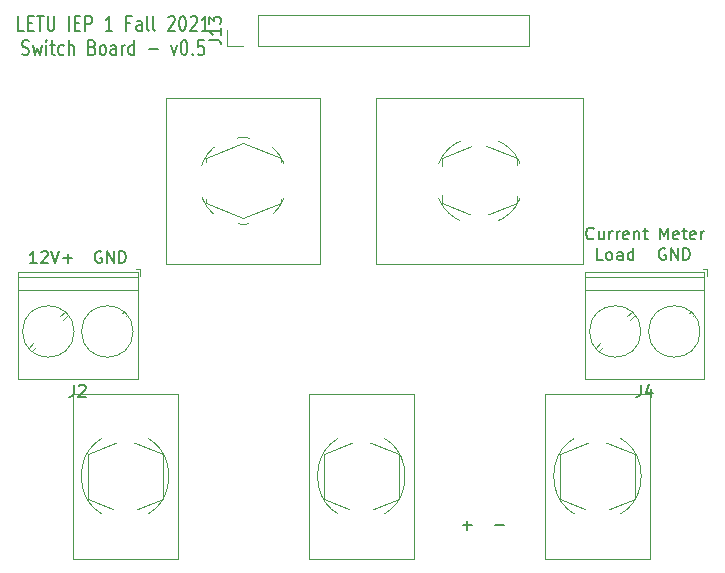
<source format=gto>
G04 #@! TF.GenerationSoftware,KiCad,Pcbnew,5.1.10*
G04 #@! TF.CreationDate,2021-07-21T04:31:39-05:00*
G04 #@! TF.ProjectId,Power Board,506f7765-7220-4426-9f61-72642e6b6963,rev?*
G04 #@! TF.SameCoordinates,Original*
G04 #@! TF.FileFunction,Legend,Top*
G04 #@! TF.FilePolarity,Positive*
%FSLAX46Y46*%
G04 Gerber Fmt 4.6, Leading zero omitted, Abs format (unit mm)*
G04 Created by KiCad (PCBNEW 5.1.10) date 2021-07-21 04:31:39*
%MOMM*%
%LPD*%
G01*
G04 APERTURE LIST*
%ADD10C,0.150000*%
%ADD11C,0.200000*%
%ADD12C,0.120000*%
%ADD13C,2.600000*%
%ADD14R,2.600000X2.600000*%
%ADD15O,5.000000X3.200000*%
%ADD16O,4.000000X3.200000*%
%ADD17O,1.700000X1.700000*%
%ADD18R,1.700000X1.700000*%
G04 APERTURE END LIST*
D10*
X76076095Y-174653428D02*
X76838000Y-174653428D01*
X76457047Y-175034380D02*
X76457047Y-174272476D01*
X78838000Y-174653428D02*
X79599904Y-174653428D01*
X93238095Y-151250000D02*
X93142857Y-151202380D01*
X93000000Y-151202380D01*
X92857142Y-151250000D01*
X92761904Y-151345238D01*
X92714285Y-151440476D01*
X92666666Y-151630952D01*
X92666666Y-151773809D01*
X92714285Y-151964285D01*
X92761904Y-152059523D01*
X92857142Y-152154761D01*
X93000000Y-152202380D01*
X93095238Y-152202380D01*
X93238095Y-152154761D01*
X93285714Y-152107142D01*
X93285714Y-151773809D01*
X93095238Y-151773809D01*
X93714285Y-152202380D02*
X93714285Y-151202380D01*
X94285714Y-152202380D01*
X94285714Y-151202380D01*
X94761904Y-152202380D02*
X94761904Y-151202380D01*
X95000000Y-151202380D01*
X95142857Y-151250000D01*
X95238095Y-151345238D01*
X95285714Y-151440476D01*
X95333333Y-151630952D01*
X95333333Y-151773809D01*
X95285714Y-151964285D01*
X95238095Y-152059523D01*
X95142857Y-152154761D01*
X95000000Y-152202380D01*
X94761904Y-152202380D01*
X87952380Y-152202380D02*
X87476190Y-152202380D01*
X87476190Y-151202380D01*
X88428571Y-152202380D02*
X88333333Y-152154761D01*
X88285714Y-152107142D01*
X88238095Y-152011904D01*
X88238095Y-151726190D01*
X88285714Y-151630952D01*
X88333333Y-151583333D01*
X88428571Y-151535714D01*
X88571428Y-151535714D01*
X88666666Y-151583333D01*
X88714285Y-151630952D01*
X88761904Y-151726190D01*
X88761904Y-152011904D01*
X88714285Y-152107142D01*
X88666666Y-152154761D01*
X88571428Y-152202380D01*
X88428571Y-152202380D01*
X89619047Y-152202380D02*
X89619047Y-151678571D01*
X89571428Y-151583333D01*
X89476190Y-151535714D01*
X89285714Y-151535714D01*
X89190476Y-151583333D01*
X89619047Y-152154761D02*
X89523809Y-152202380D01*
X89285714Y-152202380D01*
X89190476Y-152154761D01*
X89142857Y-152059523D01*
X89142857Y-151964285D01*
X89190476Y-151869047D01*
X89285714Y-151821428D01*
X89523809Y-151821428D01*
X89619047Y-151773809D01*
X90523809Y-152202380D02*
X90523809Y-151202380D01*
X90523809Y-152154761D02*
X90428571Y-152202380D01*
X90238095Y-152202380D01*
X90142857Y-152154761D01*
X90095238Y-152107142D01*
X90047619Y-152011904D01*
X90047619Y-151726190D01*
X90095238Y-151630952D01*
X90142857Y-151583333D01*
X90238095Y-151535714D01*
X90428571Y-151535714D01*
X90523809Y-151583333D01*
X87166666Y-150357142D02*
X87119047Y-150404761D01*
X86976190Y-150452380D01*
X86880952Y-150452380D01*
X86738095Y-150404761D01*
X86642857Y-150309523D01*
X86595238Y-150214285D01*
X86547619Y-150023809D01*
X86547619Y-149880952D01*
X86595238Y-149690476D01*
X86642857Y-149595238D01*
X86738095Y-149500000D01*
X86880952Y-149452380D01*
X86976190Y-149452380D01*
X87119047Y-149500000D01*
X87166666Y-149547619D01*
X88023809Y-149785714D02*
X88023809Y-150452380D01*
X87595238Y-149785714D02*
X87595238Y-150309523D01*
X87642857Y-150404761D01*
X87738095Y-150452380D01*
X87880952Y-150452380D01*
X87976190Y-150404761D01*
X88023809Y-150357142D01*
X88500000Y-150452380D02*
X88500000Y-149785714D01*
X88500000Y-149976190D02*
X88547619Y-149880952D01*
X88595238Y-149833333D01*
X88690476Y-149785714D01*
X88785714Y-149785714D01*
X89119047Y-150452380D02*
X89119047Y-149785714D01*
X89119047Y-149976190D02*
X89166666Y-149880952D01*
X89214285Y-149833333D01*
X89309523Y-149785714D01*
X89404761Y-149785714D01*
X90119047Y-150404761D02*
X90023809Y-150452380D01*
X89833333Y-150452380D01*
X89738095Y-150404761D01*
X89690476Y-150309523D01*
X89690476Y-149928571D01*
X89738095Y-149833333D01*
X89833333Y-149785714D01*
X90023809Y-149785714D01*
X90119047Y-149833333D01*
X90166666Y-149928571D01*
X90166666Y-150023809D01*
X89690476Y-150119047D01*
X90595238Y-149785714D02*
X90595238Y-150452380D01*
X90595238Y-149880952D02*
X90642857Y-149833333D01*
X90738095Y-149785714D01*
X90880952Y-149785714D01*
X90976190Y-149833333D01*
X91023809Y-149928571D01*
X91023809Y-150452380D01*
X91357142Y-149785714D02*
X91738095Y-149785714D01*
X91500000Y-149452380D02*
X91500000Y-150309523D01*
X91547619Y-150404761D01*
X91642857Y-150452380D01*
X91738095Y-150452380D01*
X92833333Y-150452380D02*
X92833333Y-149452380D01*
X93166666Y-150166666D01*
X93500000Y-149452380D01*
X93500000Y-150452380D01*
X94357142Y-150404761D02*
X94261904Y-150452380D01*
X94071428Y-150452380D01*
X93976190Y-150404761D01*
X93928571Y-150309523D01*
X93928571Y-149928571D01*
X93976190Y-149833333D01*
X94071428Y-149785714D01*
X94261904Y-149785714D01*
X94357142Y-149833333D01*
X94404761Y-149928571D01*
X94404761Y-150023809D01*
X93928571Y-150119047D01*
X94690476Y-149785714D02*
X95071428Y-149785714D01*
X94833333Y-149452380D02*
X94833333Y-150309523D01*
X94880952Y-150404761D01*
X94976190Y-150452380D01*
X95071428Y-150452380D01*
X95785714Y-150404761D02*
X95690476Y-150452380D01*
X95500000Y-150452380D01*
X95404761Y-150404761D01*
X95357142Y-150309523D01*
X95357142Y-149928571D01*
X95404761Y-149833333D01*
X95500000Y-149785714D01*
X95690476Y-149785714D01*
X95785714Y-149833333D01*
X95833333Y-149928571D01*
X95833333Y-150023809D01*
X95357142Y-150119047D01*
X96261904Y-150452380D02*
X96261904Y-149785714D01*
X96261904Y-149976190D02*
X96309523Y-149880952D01*
X96357142Y-149833333D01*
X96452380Y-149785714D01*
X96547619Y-149785714D01*
D11*
X38952380Y-132777976D02*
X38476190Y-132777976D01*
X38476190Y-131527976D01*
X39285714Y-132123214D02*
X39619047Y-132123214D01*
X39761904Y-132777976D02*
X39285714Y-132777976D01*
X39285714Y-131527976D01*
X39761904Y-131527976D01*
X40047619Y-131527976D02*
X40619047Y-131527976D01*
X40333333Y-132777976D02*
X40333333Y-131527976D01*
X40952380Y-131527976D02*
X40952380Y-132539880D01*
X41000000Y-132658928D01*
X41047619Y-132718452D01*
X41142857Y-132777976D01*
X41333333Y-132777976D01*
X41428571Y-132718452D01*
X41476190Y-132658928D01*
X41523809Y-132539880D01*
X41523809Y-131527976D01*
X42761904Y-132777976D02*
X42761904Y-131527976D01*
X43238095Y-132123214D02*
X43571428Y-132123214D01*
X43714285Y-132777976D02*
X43238095Y-132777976D01*
X43238095Y-131527976D01*
X43714285Y-131527976D01*
X44142857Y-132777976D02*
X44142857Y-131527976D01*
X44523809Y-131527976D01*
X44619047Y-131587500D01*
X44666666Y-131647023D01*
X44714285Y-131766071D01*
X44714285Y-131944642D01*
X44666666Y-132063690D01*
X44619047Y-132123214D01*
X44523809Y-132182738D01*
X44142857Y-132182738D01*
X46428571Y-132777976D02*
X45857142Y-132777976D01*
X46142857Y-132777976D02*
X46142857Y-131527976D01*
X46047619Y-131706547D01*
X45952380Y-131825595D01*
X45857142Y-131885119D01*
X47952380Y-132123214D02*
X47619047Y-132123214D01*
X47619047Y-132777976D02*
X47619047Y-131527976D01*
X48095238Y-131527976D01*
X48904761Y-132777976D02*
X48904761Y-132123214D01*
X48857142Y-132004166D01*
X48761904Y-131944642D01*
X48571428Y-131944642D01*
X48476190Y-132004166D01*
X48904761Y-132718452D02*
X48809523Y-132777976D01*
X48571428Y-132777976D01*
X48476190Y-132718452D01*
X48428571Y-132599404D01*
X48428571Y-132480357D01*
X48476190Y-132361309D01*
X48571428Y-132301785D01*
X48809523Y-132301785D01*
X48904761Y-132242261D01*
X49523809Y-132777976D02*
X49428571Y-132718452D01*
X49380952Y-132599404D01*
X49380952Y-131527976D01*
X50047619Y-132777976D02*
X49952380Y-132718452D01*
X49904761Y-132599404D01*
X49904761Y-131527976D01*
X51142857Y-131647023D02*
X51190476Y-131587500D01*
X51285714Y-131527976D01*
X51523809Y-131527976D01*
X51619047Y-131587500D01*
X51666666Y-131647023D01*
X51714285Y-131766071D01*
X51714285Y-131885119D01*
X51666666Y-132063690D01*
X51095238Y-132777976D01*
X51714285Y-132777976D01*
X52333333Y-131527976D02*
X52428571Y-131527976D01*
X52523809Y-131587500D01*
X52571428Y-131647023D01*
X52619047Y-131766071D01*
X52666666Y-132004166D01*
X52666666Y-132301785D01*
X52619047Y-132539880D01*
X52571428Y-132658928D01*
X52523809Y-132718452D01*
X52428571Y-132777976D01*
X52333333Y-132777976D01*
X52238095Y-132718452D01*
X52190476Y-132658928D01*
X52142857Y-132539880D01*
X52095238Y-132301785D01*
X52095238Y-132004166D01*
X52142857Y-131766071D01*
X52190476Y-131647023D01*
X52238095Y-131587500D01*
X52333333Y-131527976D01*
X53047619Y-131647023D02*
X53095238Y-131587500D01*
X53190476Y-131527976D01*
X53428571Y-131527976D01*
X53523809Y-131587500D01*
X53571428Y-131647023D01*
X53619047Y-131766071D01*
X53619047Y-131885119D01*
X53571428Y-132063690D01*
X53000000Y-132777976D01*
X53619047Y-132777976D01*
X54571428Y-132777976D02*
X54000000Y-132777976D01*
X54285714Y-132777976D02*
X54285714Y-131527976D01*
X54190476Y-131706547D01*
X54095238Y-131825595D01*
X54000000Y-131885119D01*
X38785714Y-134793452D02*
X38928571Y-134852976D01*
X39166666Y-134852976D01*
X39261904Y-134793452D01*
X39309523Y-134733928D01*
X39357142Y-134614880D01*
X39357142Y-134495833D01*
X39309523Y-134376785D01*
X39261904Y-134317261D01*
X39166666Y-134257738D01*
X38976190Y-134198214D01*
X38880952Y-134138690D01*
X38833333Y-134079166D01*
X38785714Y-133960119D01*
X38785714Y-133841071D01*
X38833333Y-133722023D01*
X38880952Y-133662500D01*
X38976190Y-133602976D01*
X39214285Y-133602976D01*
X39357142Y-133662500D01*
X39690476Y-134019642D02*
X39880952Y-134852976D01*
X40071428Y-134257738D01*
X40261904Y-134852976D01*
X40452380Y-134019642D01*
X40833333Y-134852976D02*
X40833333Y-134019642D01*
X40833333Y-133602976D02*
X40785714Y-133662500D01*
X40833333Y-133722023D01*
X40880952Y-133662500D01*
X40833333Y-133602976D01*
X40833333Y-133722023D01*
X41166666Y-134019642D02*
X41547619Y-134019642D01*
X41309523Y-133602976D02*
X41309523Y-134674404D01*
X41357142Y-134793452D01*
X41452380Y-134852976D01*
X41547619Y-134852976D01*
X42309523Y-134793452D02*
X42214285Y-134852976D01*
X42023809Y-134852976D01*
X41928571Y-134793452D01*
X41880952Y-134733928D01*
X41833333Y-134614880D01*
X41833333Y-134257738D01*
X41880952Y-134138690D01*
X41928571Y-134079166D01*
X42023809Y-134019642D01*
X42214285Y-134019642D01*
X42309523Y-134079166D01*
X42738095Y-134852976D02*
X42738095Y-133602976D01*
X43166666Y-134852976D02*
X43166666Y-134198214D01*
X43119047Y-134079166D01*
X43023809Y-134019642D01*
X42880952Y-134019642D01*
X42785714Y-134079166D01*
X42738095Y-134138690D01*
X44738095Y-134198214D02*
X44880952Y-134257738D01*
X44928571Y-134317261D01*
X44976190Y-134436309D01*
X44976190Y-134614880D01*
X44928571Y-134733928D01*
X44880952Y-134793452D01*
X44785714Y-134852976D01*
X44404761Y-134852976D01*
X44404761Y-133602976D01*
X44738095Y-133602976D01*
X44833333Y-133662500D01*
X44880952Y-133722023D01*
X44928571Y-133841071D01*
X44928571Y-133960119D01*
X44880952Y-134079166D01*
X44833333Y-134138690D01*
X44738095Y-134198214D01*
X44404761Y-134198214D01*
X45547619Y-134852976D02*
X45452380Y-134793452D01*
X45404761Y-134733928D01*
X45357142Y-134614880D01*
X45357142Y-134257738D01*
X45404761Y-134138690D01*
X45452380Y-134079166D01*
X45547619Y-134019642D01*
X45690476Y-134019642D01*
X45785714Y-134079166D01*
X45833333Y-134138690D01*
X45880952Y-134257738D01*
X45880952Y-134614880D01*
X45833333Y-134733928D01*
X45785714Y-134793452D01*
X45690476Y-134852976D01*
X45547619Y-134852976D01*
X46738095Y-134852976D02*
X46738095Y-134198214D01*
X46690476Y-134079166D01*
X46595238Y-134019642D01*
X46404761Y-134019642D01*
X46309523Y-134079166D01*
X46738095Y-134793452D02*
X46642857Y-134852976D01*
X46404761Y-134852976D01*
X46309523Y-134793452D01*
X46261904Y-134674404D01*
X46261904Y-134555357D01*
X46309523Y-134436309D01*
X46404761Y-134376785D01*
X46642857Y-134376785D01*
X46738095Y-134317261D01*
X47214285Y-134852976D02*
X47214285Y-134019642D01*
X47214285Y-134257738D02*
X47261904Y-134138690D01*
X47309523Y-134079166D01*
X47404761Y-134019642D01*
X47500000Y-134019642D01*
X48261904Y-134852976D02*
X48261904Y-133602976D01*
X48261904Y-134793452D02*
X48166666Y-134852976D01*
X47976190Y-134852976D01*
X47880952Y-134793452D01*
X47833333Y-134733928D01*
X47785714Y-134614880D01*
X47785714Y-134257738D01*
X47833333Y-134138690D01*
X47880952Y-134079166D01*
X47976190Y-134019642D01*
X48166666Y-134019642D01*
X48261904Y-134079166D01*
X49500000Y-134376785D02*
X50261904Y-134376785D01*
X51404761Y-134019642D02*
X51642857Y-134852976D01*
X51880952Y-134019642D01*
X52452380Y-133602976D02*
X52547619Y-133602976D01*
X52642857Y-133662500D01*
X52690476Y-133722023D01*
X52738095Y-133841071D01*
X52785714Y-134079166D01*
X52785714Y-134376785D01*
X52738095Y-134614880D01*
X52690476Y-134733928D01*
X52642857Y-134793452D01*
X52547619Y-134852976D01*
X52452380Y-134852976D01*
X52357142Y-134793452D01*
X52309523Y-134733928D01*
X52261904Y-134614880D01*
X52214285Y-134376785D01*
X52214285Y-134079166D01*
X52261904Y-133841071D01*
X52309523Y-133722023D01*
X52357142Y-133662500D01*
X52452380Y-133602976D01*
X53214285Y-134733928D02*
X53261904Y-134793452D01*
X53214285Y-134852976D01*
X53166666Y-134793452D01*
X53214285Y-134733928D01*
X53214285Y-134852976D01*
X54166666Y-133602976D02*
X53690476Y-133602976D01*
X53642857Y-134198214D01*
X53690476Y-134138690D01*
X53785714Y-134079166D01*
X54023809Y-134079166D01*
X54119047Y-134138690D01*
X54166666Y-134198214D01*
X54214285Y-134317261D01*
X54214285Y-134614880D01*
X54166666Y-134733928D01*
X54119047Y-134793452D01*
X54023809Y-134852976D01*
X53785714Y-134852976D01*
X53690476Y-134793452D01*
X53642857Y-134733928D01*
D10*
X45488095Y-151500000D02*
X45392857Y-151452380D01*
X45250000Y-151452380D01*
X45107142Y-151500000D01*
X45011904Y-151595238D01*
X44964285Y-151690476D01*
X44916666Y-151880952D01*
X44916666Y-152023809D01*
X44964285Y-152214285D01*
X45011904Y-152309523D01*
X45107142Y-152404761D01*
X45250000Y-152452380D01*
X45345238Y-152452380D01*
X45488095Y-152404761D01*
X45535714Y-152357142D01*
X45535714Y-152023809D01*
X45345238Y-152023809D01*
X45964285Y-152452380D02*
X45964285Y-151452380D01*
X46535714Y-152452380D01*
X46535714Y-151452380D01*
X47011904Y-152452380D02*
X47011904Y-151452380D01*
X47250000Y-151452380D01*
X47392857Y-151500000D01*
X47488095Y-151595238D01*
X47535714Y-151690476D01*
X47583333Y-151880952D01*
X47583333Y-152023809D01*
X47535714Y-152214285D01*
X47488095Y-152309523D01*
X47392857Y-152404761D01*
X47250000Y-152452380D01*
X47011904Y-152452380D01*
X40011904Y-152452380D02*
X39440476Y-152452380D01*
X39726190Y-152452380D02*
X39726190Y-151452380D01*
X39630952Y-151595238D01*
X39535714Y-151690476D01*
X39440476Y-151738095D01*
X40392857Y-151547619D02*
X40440476Y-151500000D01*
X40535714Y-151452380D01*
X40773809Y-151452380D01*
X40869047Y-151500000D01*
X40916666Y-151547619D01*
X40964285Y-151642857D01*
X40964285Y-151738095D01*
X40916666Y-151880952D01*
X40345238Y-152452380D01*
X40964285Y-152452380D01*
X41250000Y-151452380D02*
X41583333Y-152452380D01*
X41916666Y-151452380D01*
X42250000Y-152071428D02*
X43011904Y-152071428D01*
X42630952Y-152452380D02*
X42630952Y-151690476D01*
D12*
X48800000Y-152950000D02*
X48400000Y-152950000D01*
X48800000Y-153590000D02*
X48800000Y-152950000D01*
X42258000Y-157258000D02*
X42653000Y-156862000D01*
X39612000Y-159904000D02*
X39992000Y-159524000D01*
X42007000Y-156976000D02*
X42387000Y-156596000D01*
X39346000Y-159638000D02*
X39741000Y-159242000D01*
X47548000Y-156969000D02*
X47654000Y-156862000D01*
X44612000Y-159904000D02*
X44719000Y-159797000D01*
X47282000Y-156703000D02*
X47388000Y-156596000D01*
X44346000Y-159638000D02*
X44453000Y-159531000D01*
X38440000Y-162310000D02*
X38440000Y-153190000D01*
X48560000Y-162310000D02*
X48560000Y-153190000D01*
X48560000Y-153190000D02*
X38440000Y-153190000D01*
X48560000Y-162310000D02*
X38440000Y-162310000D01*
X48560000Y-154750000D02*
X38440000Y-154750000D01*
X48560000Y-153650000D02*
X38440000Y-153650000D01*
X43180000Y-158250000D02*
G75*
G03*
X43180000Y-158250000I-2180000J0D01*
G01*
X48180000Y-158250000D02*
G75*
G03*
X48180000Y-158250000I-2180000J0D01*
G01*
X43055000Y-177485000D02*
X43055000Y-163515000D01*
X43055000Y-163515000D02*
X51945000Y-163515000D01*
X51945000Y-163515000D02*
X51945000Y-177485000D01*
X51945000Y-177485000D02*
X43055000Y-177485000D01*
X44325000Y-172405000D02*
X44325000Y-168595000D01*
X44325000Y-168595000D02*
X47500000Y-167325000D01*
X47500000Y-167325000D02*
X50675000Y-168595000D01*
X50675000Y-168595000D02*
X50675000Y-172405000D01*
X50675000Y-172405000D02*
X47500000Y-173675000D01*
X47500000Y-173675000D02*
X44325000Y-172405000D01*
X51202654Y-170500000D02*
G75*
G03*
X51202654Y-170500000I-3702654J0D01*
G01*
X54325000Y-147405000D02*
X54325000Y-143595000D01*
X51000000Y-138500000D02*
X64000000Y-138500000D01*
X64000000Y-138500000D02*
X64000000Y-152500000D01*
X61202654Y-145500000D02*
G75*
G03*
X61202654Y-145500000I-3702654J0D01*
G01*
X60675000Y-143595000D02*
X60675000Y-147405000D01*
X57500000Y-142325000D02*
X60675000Y-143595000D01*
X54325000Y-143595000D02*
X57500000Y-142325000D01*
X60675000Y-147405000D02*
X57500000Y-148675000D01*
X64000000Y-152500000D02*
X51000000Y-152500000D01*
X51000000Y-152500000D02*
X51000000Y-138500000D01*
X57500000Y-148675000D02*
X54325000Y-147405000D01*
X96800000Y-152950000D02*
X96400000Y-152950000D01*
X96800000Y-153590000D02*
X96800000Y-152950000D01*
X90258000Y-157258000D02*
X90653000Y-156862000D01*
X87612000Y-159904000D02*
X87992000Y-159524000D01*
X90007000Y-156976000D02*
X90387000Y-156596000D01*
X87346000Y-159638000D02*
X87741000Y-159242000D01*
X95548000Y-156969000D02*
X95654000Y-156862000D01*
X92612000Y-159904000D02*
X92719000Y-159797000D01*
X95282000Y-156703000D02*
X95388000Y-156596000D01*
X92346000Y-159638000D02*
X92453000Y-159531000D01*
X86440000Y-162310000D02*
X86440000Y-153190000D01*
X96560000Y-162310000D02*
X96560000Y-153190000D01*
X96560000Y-153190000D02*
X86440000Y-153190000D01*
X96560000Y-162310000D02*
X86440000Y-162310000D01*
X96560000Y-154750000D02*
X86440000Y-154750000D01*
X96560000Y-153650000D02*
X86440000Y-153650000D01*
X91180000Y-158250000D02*
G75*
G03*
X91180000Y-158250000I-2180000J0D01*
G01*
X96180000Y-158250000D02*
G75*
G03*
X96180000Y-158250000I-2180000J0D01*
G01*
X56170000Y-134080000D02*
X56170000Y-132750000D01*
X57500000Y-134080000D02*
X56170000Y-134080000D01*
X58770000Y-134080000D02*
X58770000Y-131420000D01*
X58770000Y-131420000D02*
X81690000Y-131420000D01*
X58770000Y-134080000D02*
X81690000Y-134080000D01*
X81690000Y-134080000D02*
X81690000Y-131420000D01*
X63055000Y-177485000D02*
X63055000Y-163515000D01*
X63055000Y-163515000D02*
X71945000Y-163515000D01*
X71945000Y-163515000D02*
X71945000Y-177485000D01*
X71945000Y-177485000D02*
X63055000Y-177485000D01*
X64325000Y-172405000D02*
X64325000Y-168595000D01*
X64325000Y-168595000D02*
X67500000Y-167325000D01*
X67500000Y-167325000D02*
X70675000Y-168595000D01*
X70675000Y-168595000D02*
X70675000Y-172405000D01*
X70675000Y-172405000D02*
X67500000Y-173675000D01*
X67500000Y-173675000D02*
X64325000Y-172405000D01*
X71202654Y-170500000D02*
G75*
G03*
X71202654Y-170500000I-3702654J0D01*
G01*
X83055000Y-177485000D02*
X83055000Y-163515000D01*
X83055000Y-163515000D02*
X91945000Y-163515000D01*
X91945000Y-163515000D02*
X91945000Y-177485000D01*
X91945000Y-177485000D02*
X83055000Y-177485000D01*
X84325000Y-172405000D02*
X84325000Y-168595000D01*
X84325000Y-168595000D02*
X87500000Y-167325000D01*
X87500000Y-167325000D02*
X90675000Y-168595000D01*
X90675000Y-168595000D02*
X90675000Y-172405000D01*
X90675000Y-172405000D02*
X87500000Y-173675000D01*
X87500000Y-173675000D02*
X84325000Y-172405000D01*
X91202654Y-170500000D02*
G75*
G03*
X91202654Y-170500000I-3702654J0D01*
G01*
X77500000Y-142325000D02*
X80675000Y-143595000D01*
X86250000Y-138500000D02*
X86250000Y-152500000D01*
X68750000Y-138500000D02*
X86250000Y-138500000D01*
X74325000Y-143595000D02*
X77500000Y-142325000D01*
X80675000Y-147405000D02*
X77500000Y-148675000D01*
X77500000Y-148675000D02*
X74325000Y-147405000D01*
X74325000Y-147405000D02*
X74325000Y-143595000D01*
X81202654Y-145500000D02*
G75*
G03*
X81202654Y-145500000I-3702654J0D01*
G01*
X68750000Y-152500000D02*
X68750000Y-138500000D01*
X86250000Y-152500000D02*
X68750000Y-152500000D01*
X80675000Y-143595000D02*
X80675000Y-147405000D01*
D10*
X43166666Y-162762380D02*
X43166666Y-163476666D01*
X43119047Y-163619523D01*
X43023809Y-163714761D01*
X42880952Y-163762380D01*
X42785714Y-163762380D01*
X43595238Y-162857619D02*
X43642857Y-162810000D01*
X43738095Y-162762380D01*
X43976190Y-162762380D01*
X44071428Y-162810000D01*
X44119047Y-162857619D01*
X44166666Y-162952857D01*
X44166666Y-163048095D01*
X44119047Y-163190952D01*
X43547619Y-163762380D01*
X44166666Y-163762380D01*
X91166666Y-162762380D02*
X91166666Y-163476666D01*
X91119047Y-163619523D01*
X91023809Y-163714761D01*
X90880952Y-163762380D01*
X90785714Y-163762380D01*
X92071428Y-163095714D02*
X92071428Y-163762380D01*
X91833333Y-162714761D02*
X91595238Y-163429047D01*
X92214285Y-163429047D01*
X54622380Y-133559523D02*
X55336666Y-133559523D01*
X55479523Y-133607142D01*
X55574761Y-133702380D01*
X55622380Y-133845238D01*
X55622380Y-133940476D01*
X55622380Y-132559523D02*
X55622380Y-133130952D01*
X55622380Y-132845238D02*
X54622380Y-132845238D01*
X54765238Y-132940476D01*
X54860476Y-133035714D01*
X54908095Y-133130952D01*
X54622380Y-132226190D02*
X54622380Y-131607142D01*
X55003333Y-131940476D01*
X55003333Y-131797619D01*
X55050952Y-131702380D01*
X55098571Y-131654761D01*
X55193809Y-131607142D01*
X55431904Y-131607142D01*
X55527142Y-131654761D01*
X55574761Y-131702380D01*
X55622380Y-131797619D01*
X55622380Y-132083333D01*
X55574761Y-132178571D01*
X55527142Y-132226190D01*
%LPC*%
D13*
X41000000Y-158250000D03*
D14*
X46000000Y-158250000D03*
D15*
X47500000Y-166050000D03*
X47500000Y-170500000D03*
X47500000Y-174950000D03*
D16*
X59750000Y-141050000D03*
X59750000Y-149950000D03*
X59750000Y-145500000D03*
X55250000Y-149950000D03*
X55250000Y-145500000D03*
X55250000Y-141050000D03*
D13*
X89000000Y-158250000D03*
D14*
X94000000Y-158250000D03*
D17*
X80360000Y-132750000D03*
X77820000Y-132750000D03*
X75280000Y-132750000D03*
X72740000Y-132750000D03*
X70200000Y-132750000D03*
X67660000Y-132750000D03*
X65120000Y-132750000D03*
X62580000Y-132750000D03*
X60040000Y-132750000D03*
D18*
X57500000Y-132750000D03*
D15*
X67500000Y-166050000D03*
X67500000Y-170500000D03*
X67500000Y-174950000D03*
X87500000Y-166050000D03*
X87500000Y-170500000D03*
X87500000Y-174950000D03*
D16*
X72900000Y-149950000D03*
X72900000Y-141050000D03*
X72900000Y-145500000D03*
X77500000Y-141050000D03*
X77500000Y-145500000D03*
X77500000Y-149950000D03*
X82100000Y-149950000D03*
X82100000Y-141050000D03*
X82100000Y-145500000D03*
D17*
X79108000Y-176750000D03*
D18*
X76568000Y-176750000D03*
M02*

</source>
